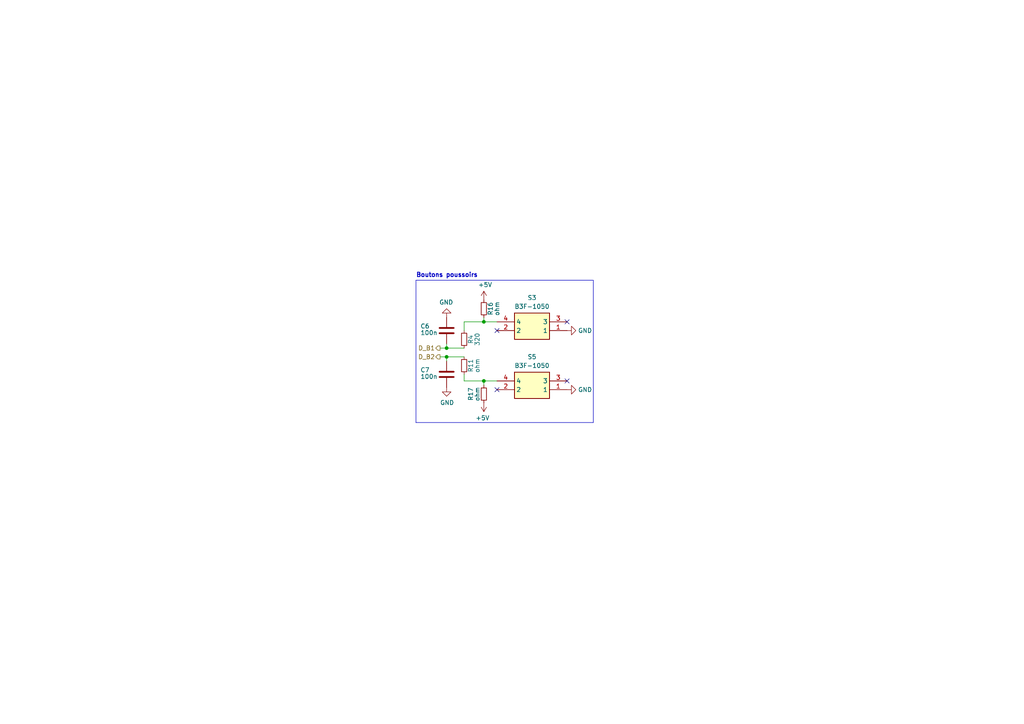
<source format=kicad_sch>
(kicad_sch (version 20230121) (generator eeschema)

  (uuid bcc8b590-b7b9-4564-aea8-d34a5a3601a1)

  (paper "A4")

  (lib_symbols
    (symbol "B3F-1050:B3F-1050" (in_bom yes) (on_board yes)
      (property "Reference" "S" (at 16.51 7.62 0)
        (effects (font (size 1.27 1.27)) (justify left top))
      )
      (property "Value" "B3F-1050" (at 16.51 5.08 0)
        (effects (font (size 1.27 1.27)) (justify left top))
      )
      (property "Footprint" "B3F1000" (at 16.51 -94.92 0)
        (effects (font (size 1.27 1.27)) (justify left top) hide)
      )
      (property "Datasheet" "" (at 16.51 -194.92 0)
        (effects (font (size 1.27 1.27)) (justify left top) hide)
      )
      (property "Height" "" (at 16.51 -394.92 0)
        (effects (font (size 1.27 1.27)) (justify left top) hide)
      )
      (property "Mouser Part Number" "653-B3F-1050" (at 16.51 -494.92 0)
        (effects (font (size 1.27 1.27)) (justify left top) hide)
      )
      (property "Mouser Price/Stock" "https://www.mouser.co.uk/ProductDetail/Omron-Electronics/B3F-1050?qs=CX134%252BdLMDHtBADdp1bBBw%3D%3D" (at 16.51 -594.92 0)
        (effects (font (size 1.27 1.27)) (justify left top) hide)
      )
      (property "Manufacturer_Name" "Omron Electronics" (at 16.51 -694.92 0)
        (effects (font (size 1.27 1.27)) (justify left top) hide)
      )
      (property "Manufacturer_Part_Number" "B3F-1050" (at 16.51 -794.92 0)
        (effects (font (size 1.27 1.27)) (justify left top) hide)
      )
      (property "ki_description" "White Plunger Tactile Switch, SPST-NO 0.05 A@ 24 V dc 3mm" (at 0 0 0)
        (effects (font (size 1.27 1.27)) hide)
      )
      (symbol "B3F-1050_1_1"
        (rectangle (start 5.08 2.54) (end 15.24 -5.08)
          (stroke (width 0.254) (type default))
          (fill (type background))
        )
        (pin passive line (at 20.32 -2.54 180) (length 5.08)
          (name "1" (effects (font (size 1.27 1.27))))
          (number "1" (effects (font (size 1.27 1.27))))
        )
        (pin passive line (at 0 -2.54 0) (length 5.08)
          (name "2" (effects (font (size 1.27 1.27))))
          (number "2" (effects (font (size 1.27 1.27))))
        )
        (pin passive line (at 20.32 0 180) (length 5.08)
          (name "3" (effects (font (size 1.27 1.27))))
          (number "3" (effects (font (size 1.27 1.27))))
        )
        (pin passive line (at 0 0 0) (length 5.08)
          (name "4" (effects (font (size 1.27 1.27))))
          (number "4" (effects (font (size 1.27 1.27))))
        )
      )
    )
    (symbol "Device:C" (pin_numbers hide) (pin_names (offset 0.254)) (in_bom yes) (on_board yes)
      (property "Reference" "C" (at 0.635 2.54 0)
        (effects (font (size 1.27 1.27)) (justify left))
      )
      (property "Value" "C" (at 0.635 -2.54 0)
        (effects (font (size 1.27 1.27)) (justify left))
      )
      (property "Footprint" "" (at 0.9652 -3.81 0)
        (effects (font (size 1.27 1.27)) hide)
      )
      (property "Datasheet" "~" (at 0 0 0)
        (effects (font (size 1.27 1.27)) hide)
      )
      (property "ki_keywords" "cap capacitor" (at 0 0 0)
        (effects (font (size 1.27 1.27)) hide)
      )
      (property "ki_description" "Unpolarized capacitor" (at 0 0 0)
        (effects (font (size 1.27 1.27)) hide)
      )
      (property "ki_fp_filters" "C_*" (at 0 0 0)
        (effects (font (size 1.27 1.27)) hide)
      )
      (symbol "C_0_1"
        (polyline
          (pts
            (xy -2.032 -0.762)
            (xy 2.032 -0.762)
          )
          (stroke (width 0.508) (type default))
          (fill (type none))
        )
        (polyline
          (pts
            (xy -2.032 0.762)
            (xy 2.032 0.762)
          )
          (stroke (width 0.508) (type default))
          (fill (type none))
        )
      )
      (symbol "C_1_1"
        (pin passive line (at 0 3.81 270) (length 2.794)
          (name "~" (effects (font (size 1.27 1.27))))
          (number "1" (effects (font (size 1.27 1.27))))
        )
        (pin passive line (at 0 -3.81 90) (length 2.794)
          (name "~" (effects (font (size 1.27 1.27))))
          (number "2" (effects (font (size 1.27 1.27))))
        )
      )
    )
    (symbol "Device:R_Small" (pin_numbers hide) (pin_names (offset 0.254) hide) (in_bom yes) (on_board yes)
      (property "Reference" "R" (at 0.762 0.508 0)
        (effects (font (size 1.27 1.27)) (justify left))
      )
      (property "Value" "R_Small" (at 0.762 -1.016 0)
        (effects (font (size 1.27 1.27)) (justify left))
      )
      (property "Footprint" "" (at 0 0 0)
        (effects (font (size 1.27 1.27)) hide)
      )
      (property "Datasheet" "~" (at 0 0 0)
        (effects (font (size 1.27 1.27)) hide)
      )
      (property "ki_keywords" "R resistor" (at 0 0 0)
        (effects (font (size 1.27 1.27)) hide)
      )
      (property "ki_description" "Resistor, small symbol" (at 0 0 0)
        (effects (font (size 1.27 1.27)) hide)
      )
      (property "ki_fp_filters" "R_*" (at 0 0 0)
        (effects (font (size 1.27 1.27)) hide)
      )
      (symbol "R_Small_0_1"
        (rectangle (start -0.762 1.778) (end 0.762 -1.778)
          (stroke (width 0.2032) (type default))
          (fill (type none))
        )
      )
      (symbol "R_Small_1_1"
        (pin passive line (at 0 2.54 270) (length 0.762)
          (name "~" (effects (font (size 1.27 1.27))))
          (number "1" (effects (font (size 1.27 1.27))))
        )
        (pin passive line (at 0 -2.54 90) (length 0.762)
          (name "~" (effects (font (size 1.27 1.27))))
          (number "2" (effects (font (size 1.27 1.27))))
        )
      )
    )
    (symbol "power:+5V" (power) (pin_names (offset 0)) (in_bom yes) (on_board yes)
      (property "Reference" "#PWR" (at 0 -3.81 0)
        (effects (font (size 1.27 1.27)) hide)
      )
      (property "Value" "+5V" (at 0 3.556 0)
        (effects (font (size 1.27 1.27)))
      )
      (property "Footprint" "" (at 0 0 0)
        (effects (font (size 1.27 1.27)) hide)
      )
      (property "Datasheet" "" (at 0 0 0)
        (effects (font (size 1.27 1.27)) hide)
      )
      (property "ki_keywords" "global power" (at 0 0 0)
        (effects (font (size 1.27 1.27)) hide)
      )
      (property "ki_description" "Power symbol creates a global label with name \"+5V\"" (at 0 0 0)
        (effects (font (size 1.27 1.27)) hide)
      )
      (symbol "+5V_0_1"
        (polyline
          (pts
            (xy -0.762 1.27)
            (xy 0 2.54)
          )
          (stroke (width 0) (type default))
          (fill (type none))
        )
        (polyline
          (pts
            (xy 0 0)
            (xy 0 2.54)
          )
          (stroke (width 0) (type default))
          (fill (type none))
        )
        (polyline
          (pts
            (xy 0 2.54)
            (xy 0.762 1.27)
          )
          (stroke (width 0) (type default))
          (fill (type none))
        )
      )
      (symbol "+5V_1_1"
        (pin power_in line (at 0 0 90) (length 0) hide
          (name "+5V" (effects (font (size 1.27 1.27))))
          (number "1" (effects (font (size 1.27 1.27))))
        )
      )
    )
    (symbol "power:GND" (power) (pin_names (offset 0)) (in_bom yes) (on_board yes)
      (property "Reference" "#PWR" (at 0 -6.35 0)
        (effects (font (size 1.27 1.27)) hide)
      )
      (property "Value" "GND" (at 0 -3.81 0)
        (effects (font (size 1.27 1.27)))
      )
      (property "Footprint" "" (at 0 0 0)
        (effects (font (size 1.27 1.27)) hide)
      )
      (property "Datasheet" "" (at 0 0 0)
        (effects (font (size 1.27 1.27)) hide)
      )
      (property "ki_keywords" "global power" (at 0 0 0)
        (effects (font (size 1.27 1.27)) hide)
      )
      (property "ki_description" "Power symbol creates a global label with name \"GND\" , ground" (at 0 0 0)
        (effects (font (size 1.27 1.27)) hide)
      )
      (symbol "GND_0_1"
        (polyline
          (pts
            (xy 0 0)
            (xy 0 -1.27)
            (xy 1.27 -1.27)
            (xy 0 -2.54)
            (xy -1.27 -1.27)
            (xy 0 -1.27)
          )
          (stroke (width 0) (type default))
          (fill (type none))
        )
      )
      (symbol "GND_1_1"
        (pin power_in line (at 0 0 270) (length 0) hide
          (name "GND" (effects (font (size 1.27 1.27))))
          (number "1" (effects (font (size 1.27 1.27))))
        )
      )
    )
  )

  (junction (at 140.335 93.345) (diameter 0) (color 0 0 0 0)
    (uuid 0282f2f3-f6e3-4375-9b4d-9e22cb5be121)
  )
  (junction (at 140.335 110.49) (diameter 0) (color 0 0 0 0)
    (uuid 23ebcf87-1cc1-4fa1-96e1-7960b38b4689)
  )
  (junction (at 129.54 100.965) (diameter 0) (color 0 0 0 0)
    (uuid 2b1dbc04-c095-46ab-89d2-3ce153420c0a)
  )
  (junction (at 129.54 103.505) (diameter 0) (color 0 0 0 0)
    (uuid 5d5fcb6b-0489-42c1-b04a-72c1025ca7d7)
  )

  (no_connect (at 164.465 93.345) (uuid 3661ccf3-0be2-470e-874f-4c2386928a4e))
  (no_connect (at 144.145 95.885) (uuid 6be9aff4-ecbd-4901-ba92-a98414a722d4))
  (no_connect (at 144.145 113.03) (uuid b2c499d6-c0cb-4d68-847c-493fe93721d6))
  (no_connect (at 164.465 110.49) (uuid ef8d19b3-9c87-4010-856c-dbea49d615ad))

  (wire (pts (xy 134.62 110.49) (xy 140.335 110.49))
    (stroke (width 0) (type default))
    (uuid 0164a52b-4274-445b-81f6-f98430e09738)
  )
  (wire (pts (xy 129.54 103.505) (xy 129.54 104.775))
    (stroke (width 0) (type default))
    (uuid 1a72ed43-00c5-4127-9432-203e5a546307)
  )
  (wire (pts (xy 140.335 93.345) (xy 140.335 92.075))
    (stroke (width 0) (type default))
    (uuid 1afdad70-f1e2-4667-81d6-5e8388722a80)
  )
  (wire (pts (xy 129.54 100.965) (xy 134.62 100.965))
    (stroke (width 0) (type default))
    (uuid 2941677e-1beb-4399-b135-1c3bba1f64ff)
  )
  (wire (pts (xy 140.335 93.345) (xy 144.145 93.345))
    (stroke (width 0) (type default))
    (uuid 322a9b37-1af0-4d40-866f-da6e0ccf9994)
  )
  (wire (pts (xy 140.335 110.49) (xy 144.145 110.49))
    (stroke (width 0) (type default))
    (uuid 4879f483-34cb-46d8-badf-0909b7531160)
  )
  (wire (pts (xy 129.54 99.695) (xy 129.54 100.965))
    (stroke (width 0) (type default))
    (uuid 4d8d36bc-8c63-4931-88f4-cf42f4c38964)
  )
  (wire (pts (xy 127.635 103.505) (xy 129.54 103.505))
    (stroke (width 0) (type default))
    (uuid 574aa533-8ad4-491c-9666-16cfa728c2bc)
  )
  (polyline (pts (xy 120.65 122.555) (xy 120.65 81.28))
    (stroke (width 0) (type default))
    (uuid 78ad73af-cc1e-4871-8729-60f775f9730e)
  )

  (wire (pts (xy 134.62 108.585) (xy 134.62 110.49))
    (stroke (width 0) (type default))
    (uuid 78c0c7a5-c116-4042-87c5-79c6798c2c63)
  )
  (wire (pts (xy 129.54 103.505) (xy 134.62 103.505))
    (stroke (width 0) (type default))
    (uuid 7ccd74d6-ff58-49a7-a89d-b2bfd09a9bde)
  )
  (polyline (pts (xy 120.65 122.555) (xy 172.085 122.555))
    (stroke (width 0) (type default))
    (uuid 864d631a-67ab-4c7f-948e-60891f31cd4d)
  )

  (wire (pts (xy 140.335 111.76) (xy 140.335 110.49))
    (stroke (width 0) (type default))
    (uuid 9c7ba77f-37c8-4c28-8ac6-ef7fd3193058)
  )
  (wire (pts (xy 134.62 93.345) (xy 134.62 95.885))
    (stroke (width 0) (type default))
    (uuid a7e5adb7-53ef-400a-8981-01a0744704b5)
  )
  (polyline (pts (xy 120.65 81.28) (xy 172.085 81.28))
    (stroke (width 0) (type default))
    (uuid ad0277f4-5be2-476a-ab14-a684c9088fbf)
  )

  (wire (pts (xy 127.635 100.965) (xy 129.54 100.965))
    (stroke (width 0) (type default))
    (uuid b0d35477-8697-4741-8c40-59a675f3f462)
  )
  (wire (pts (xy 134.62 93.345) (xy 140.335 93.345))
    (stroke (width 0) (type default))
    (uuid b1808e04-8deb-4be2-a53c-9e03388dd997)
  )
  (polyline (pts (xy 172.085 81.28) (xy 172.085 122.555))
    (stroke (width 0) (type default))
    (uuid e8f7eb5f-770a-4103-84eb-68f0b3ed1011)
  )

  (text "Boutons poussoirs" (at 120.65 80.645 0)
    (effects (font (size 1.27 1.27) (thickness 0.254) bold) (justify left bottom))
    (uuid cd3b2e81-e226-4b38-8c1e-d48060e97512)
  )

  (hierarchical_label "D_B2" (shape output) (at 127.635 103.505 180) (fields_autoplaced)
    (effects (font (size 1.27 1.27)) (justify right))
    (uuid 2f564386-6e88-4202-91e9-347c06f00809)
  )
  (hierarchical_label "D_B1" (shape output) (at 127.635 100.965 180) (fields_autoplaced)
    (effects (font (size 1.27 1.27)) (justify right))
    (uuid aec6b913-dfeb-4ac0-ae4e-c027c31e9d7c)
  )

  (symbol (lib_id "power:GND") (at 164.465 95.885 90) (unit 1)
    (in_bom yes) (on_board yes) (dnp no)
    (uuid 147f0d63-7aeb-4102-a6af-740ba344e9cb)
    (property "Reference" "#PWR028" (at 170.815 95.885 0)
      (effects (font (size 1.27 1.27)) hide)
    )
    (property "Value" "GND" (at 167.64 95.885 90)
      (effects (font (size 1.27 1.27)) (justify right))
    )
    (property "Footprint" "" (at 164.465 95.885 0)
      (effects (font (size 1.27 1.27)) hide)
    )
    (property "Datasheet" "" (at 164.465 95.885 0)
      (effects (font (size 1.27 1.27)) hide)
    )
    (pin "1" (uuid 5f6c3c7e-b964-4d31-ba47-a305c9fc001b))
    (instances
      (project "Projet_PAZ"
        (path "/2ce892fe-c082-4bae-b2dd-3c3e6d69cf95/bad53945-c327-4087-9d50-3e3b96d2ebf0"
          (reference "#PWR028") (unit 1)
        )
      )
    )
  )

  (symbol (lib_id "Device:R_Small") (at 140.335 89.535 180) (unit 1)
    (in_bom yes) (on_board yes) (dnp no)
    (uuid 28412772-afa7-4d59-8c58-8e5873bf6deb)
    (property "Reference" "R16" (at 142.24 89.535 90)
      (effects (font (size 1.27 1.27)))
    )
    (property "Value" "ohm" (at 144.145 89.535 90)
      (effects (font (size 1.27 1.27)))
    )
    (property "Footprint" "Resistor_SMD:R_0603_1608Metric_Pad0.98x0.95mm_HandSolder" (at 140.335 89.535 0)
      (effects (font (size 1.27 1.27)) hide)
    )
    (property "Datasheet" "~" (at 140.335 89.535 0)
      (effects (font (size 1.27 1.27)) hide)
    )
    (pin "1" (uuid 226a873f-545f-4210-9914-56817543e896))
    (pin "2" (uuid a99cb24a-353d-420d-b2fa-107aa534ce8c))
    (instances
      (project "Projet_PAZ"
        (path "/2ce892fe-c082-4bae-b2dd-3c3e6d69cf95/bad53945-c327-4087-9d50-3e3b96d2ebf0"
          (reference "R16") (unit 1)
        )
      )
    )
  )

  (symbol (lib_id "power:+5V") (at 140.335 116.84 180) (unit 1)
    (in_bom yes) (on_board yes) (dnp no)
    (uuid 34370f10-b43e-4b6b-a0b1-03c3bd03a738)
    (property "Reference" "#PWR023" (at 140.335 113.03 0)
      (effects (font (size 1.27 1.27)) hide)
    )
    (property "Value" "+5V" (at 139.954 121.2342 0)
      (effects (font (size 1.27 1.27)))
    )
    (property "Footprint" "" (at 140.335 116.84 0)
      (effects (font (size 1.27 1.27)) hide)
    )
    (property "Datasheet" "" (at 140.335 116.84 0)
      (effects (font (size 1.27 1.27)) hide)
    )
    (pin "1" (uuid 2c9bf7d6-d7af-4ae9-88e1-3ae0d10e1977))
    (instances
      (project "Projet_PAZ"
        (path "/2ce892fe-c082-4bae-b2dd-3c3e6d69cf95/bad53945-c327-4087-9d50-3e3b96d2ebf0"
          (reference "#PWR023") (unit 1)
        )
      )
    )
  )

  (symbol (lib_id "Device:C") (at 129.54 108.585 0) (unit 1)
    (in_bom yes) (on_board yes) (dnp no)
    (uuid 4bf3abba-4ae9-49a5-9de2-558b52d03c55)
    (property "Reference" "C7" (at 121.92 107.315 0)
      (effects (font (size 1.27 1.27)) (justify left))
    )
    (property "Value" "100n" (at 121.92 109.22 0)
      (effects (font (size 1.27 1.27)) (justify left))
    )
    (property "Footprint" "Capacitor_SMD:C_0603_1608Metric_Pad1.08x0.95mm_HandSolder" (at 130.5052 112.395 0)
      (effects (font (size 1.27 1.27)) hide)
    )
    (property "Datasheet" "~" (at 129.54 108.585 0)
      (effects (font (size 1.27 1.27)) hide)
    )
    (pin "1" (uuid 17fc6066-4e50-4223-8196-80cc77ebdb9b))
    (pin "2" (uuid 6713ed9b-b090-4435-93bc-bb5eb31269e3))
    (instances
      (project "Projet_PAZ"
        (path "/2ce892fe-c082-4bae-b2dd-3c3e6d69cf95/bad53945-c327-4087-9d50-3e3b96d2ebf0"
          (reference "C7") (unit 1)
        )
      )
    )
  )

  (symbol (lib_id "Device:R_Small") (at 140.335 114.3 180) (unit 1)
    (in_bom yes) (on_board yes) (dnp no)
    (uuid 4d67072b-005a-4788-8180-90e41468c9c3)
    (property "Reference" "R17" (at 136.525 114.3 90)
      (effects (font (size 1.27 1.27)))
    )
    (property "Value" "ohm" (at 138.43 114.3 90)
      (effects (font (size 1.27 1.27)))
    )
    (property "Footprint" "Resistor_SMD:R_0603_1608Metric_Pad0.98x0.95mm_HandSolder" (at 140.335 114.3 0)
      (effects (font (size 1.27 1.27)) hide)
    )
    (property "Datasheet" "~" (at 140.335 114.3 0)
      (effects (font (size 1.27 1.27)) hide)
    )
    (pin "1" (uuid b5a27e44-097a-4633-a41b-60582cd18178))
    (pin "2" (uuid 44cc6000-9b7a-4be6-adbd-f9c6c3fb1dcd))
    (instances
      (project "Projet_PAZ"
        (path "/2ce892fe-c082-4bae-b2dd-3c3e6d69cf95/bad53945-c327-4087-9d50-3e3b96d2ebf0"
          (reference "R17") (unit 1)
        )
      )
    )
  )

  (symbol (lib_id "power:+5V") (at 140.335 86.995 0) (unit 1)
    (in_bom yes) (on_board yes) (dnp no)
    (uuid 4ff7ba8d-3550-4c88-a864-6c3fa8abde0f)
    (property "Reference" "#PWR022" (at 140.335 90.805 0)
      (effects (font (size 1.27 1.27)) hide)
    )
    (property "Value" "+5V" (at 140.716 82.6008 0)
      (effects (font (size 1.27 1.27)))
    )
    (property "Footprint" "" (at 140.335 86.995 0)
      (effects (font (size 1.27 1.27)) hide)
    )
    (property "Datasheet" "" (at 140.335 86.995 0)
      (effects (font (size 1.27 1.27)) hide)
    )
    (pin "1" (uuid 64abb60b-4df9-4b81-9b34-5512b5ce8cd6))
    (instances
      (project "Projet_PAZ"
        (path "/2ce892fe-c082-4bae-b2dd-3c3e6d69cf95/bad53945-c327-4087-9d50-3e3b96d2ebf0"
          (reference "#PWR022") (unit 1)
        )
      )
    )
  )

  (symbol (lib_id "power:GND") (at 129.54 92.075 180) (unit 1)
    (in_bom yes) (on_board yes) (dnp no)
    (uuid 57445bf5-2933-4562-8265-d21c12dc897f)
    (property "Reference" "#PWR010" (at 129.54 85.725 0)
      (effects (font (size 1.27 1.27)) hide)
    )
    (property "Value" "GND" (at 129.413 87.6808 0)
      (effects (font (size 1.27 1.27)))
    )
    (property "Footprint" "" (at 129.54 92.075 0)
      (effects (font (size 1.27 1.27)) hide)
    )
    (property "Datasheet" "" (at 129.54 92.075 0)
      (effects (font (size 1.27 1.27)) hide)
    )
    (pin "1" (uuid 59452503-3a00-4e1a-9bde-098608dcea92))
    (instances
      (project "Projet_PAZ"
        (path "/2ce892fe-c082-4bae-b2dd-3c3e6d69cf95/bad53945-c327-4087-9d50-3e3b96d2ebf0"
          (reference "#PWR010") (unit 1)
        )
      )
    )
  )

  (symbol (lib_id "power:GND") (at 129.54 112.395 0) (unit 1)
    (in_bom yes) (on_board yes) (dnp no)
    (uuid 79e2555c-39e7-4e4c-a2ac-a1a29b5b9178)
    (property "Reference" "#PWR011" (at 129.54 118.745 0)
      (effects (font (size 1.27 1.27)) hide)
    )
    (property "Value" "GND" (at 129.667 116.7892 0)
      (effects (font (size 1.27 1.27)))
    )
    (property "Footprint" "" (at 129.54 112.395 0)
      (effects (font (size 1.27 1.27)) hide)
    )
    (property "Datasheet" "" (at 129.54 112.395 0)
      (effects (font (size 1.27 1.27)) hide)
    )
    (pin "1" (uuid 2ecada68-e498-4350-aa58-56f386bb5c60))
    (instances
      (project "Projet_PAZ"
        (path "/2ce892fe-c082-4bae-b2dd-3c3e6d69cf95/bad53945-c327-4087-9d50-3e3b96d2ebf0"
          (reference "#PWR011") (unit 1)
        )
      )
    )
  )

  (symbol (lib_id "Device:R_Small") (at 134.62 98.425 180) (unit 1)
    (in_bom yes) (on_board yes) (dnp no)
    (uuid 7c7a7d3b-3714-4d59-ae2c-df53820963c5)
    (property "Reference" "R4" (at 136.525 98.425 90)
      (effects (font (size 1.27 1.27)))
    )
    (property "Value" "320" (at 138.43 98.425 90)
      (effects (font (size 1.27 1.27)))
    )
    (property "Footprint" "Resistor_SMD:R_0603_1608Metric_Pad0.98x0.95mm_HandSolder" (at 134.62 98.425 0)
      (effects (font (size 1.27 1.27)) hide)
    )
    (property "Datasheet" "~" (at 134.62 98.425 0)
      (effects (font (size 1.27 1.27)) hide)
    )
    (pin "1" (uuid c9dd65fd-819b-4e8d-9a5d-697fecefd14d))
    (pin "2" (uuid 408844fe-6037-4d62-9eb1-d55ab1d02848))
    (instances
      (project "Projet_PAZ"
        (path "/2ce892fe-c082-4bae-b2dd-3c3e6d69cf95/bad53945-c327-4087-9d50-3e3b96d2ebf0"
          (reference "R4") (unit 1)
        )
      )
    )
  )

  (symbol (lib_id "B3F-1050:B3F-1050") (at 144.145 110.49 0) (unit 1)
    (in_bom yes) (on_board yes) (dnp no) (fields_autoplaced)
    (uuid 8fc29086-49b9-4e1c-94d6-dc35145b2ea6)
    (property "Reference" "S5" (at 154.305 103.505 0)
      (effects (font (size 1.27 1.27)))
    )
    (property "Value" "B3F-1050" (at 154.305 106.045 0)
      (effects (font (size 1.27 1.27)))
    )
    (property "Footprint" "MesEmpreintes:B3F1000" (at 160.655 205.41 0)
      (effects (font (size 1.27 1.27)) (justify left top) hide)
    )
    (property "Datasheet" "" (at 160.655 305.41 0)
      (effects (font (size 1.27 1.27)) (justify left top) hide)
    )
    (property "Height" "" (at 160.655 505.41 0)
      (effects (font (size 1.27 1.27)) (justify left top) hide)
    )
    (property "Mouser Part Number" "653-B3F-1050" (at 160.655 605.41 0)
      (effects (font (size 1.27 1.27)) (justify left top) hide)
    )
    (property "Mouser Price/Stock" "https://www.mouser.co.uk/ProductDetail/Omron-Electronics/B3F-1050?qs=CX134%252BdLMDHtBADdp1bBBw%3D%3D" (at 160.655 705.41 0)
      (effects (font (size 1.27 1.27)) (justify left top) hide)
    )
    (property "Manufacturer_Name" "Omron Electronics" (at 160.655 805.41 0)
      (effects (font (size 1.27 1.27)) (justify left top) hide)
    )
    (property "Manufacturer_Part_Number" "B3F-1050" (at 160.655 905.41 0)
      (effects (font (size 1.27 1.27)) (justify left top) hide)
    )
    (pin "3" (uuid 38b5cb3d-47e5-418d-a46d-924b99e62e7c))
    (pin "4" (uuid 99756d66-152a-4a78-897d-99ff73282334))
    (pin "2" (uuid 48568b68-d1ab-40a1-977e-d33312ed8e9c))
    (pin "1" (uuid d4486ac6-76ac-4bd2-959d-5fd0abcfb5bd))
    (instances
      (project "Projet_PAZ"
        (path "/2ce892fe-c082-4bae-b2dd-3c3e6d69cf95/bad53945-c327-4087-9d50-3e3b96d2ebf0"
          (reference "S5") (unit 1)
        )
      )
    )
  )

  (symbol (lib_id "Device:C") (at 129.54 95.885 180) (unit 1)
    (in_bom yes) (on_board yes) (dnp no)
    (uuid 9a9878e2-4a9d-414e-9084-a5412b6a74e1)
    (property "Reference" "C6" (at 121.92 94.615 0)
      (effects (font (size 1.27 1.27)) (justify right))
    )
    (property "Value" "100n" (at 121.92 96.52 0)
      (effects (font (size 1.27 1.27)) (justify right))
    )
    (property "Footprint" "Capacitor_SMD:C_0603_1608Metric_Pad1.08x0.95mm_HandSolder" (at 128.5748 92.075 0)
      (effects (font (size 1.27 1.27)) hide)
    )
    (property "Datasheet" "~" (at 129.54 95.885 0)
      (effects (font (size 1.27 1.27)) hide)
    )
    (pin "1" (uuid 2c8e66c8-e58f-4c58-a72e-634fc096eecd))
    (pin "2" (uuid 094e2a53-98f3-49f0-ba8c-cc48910057a5))
    (instances
      (project "Projet_PAZ"
        (path "/2ce892fe-c082-4bae-b2dd-3c3e6d69cf95/bad53945-c327-4087-9d50-3e3b96d2ebf0"
          (reference "C6") (unit 1)
        )
      )
    )
  )

  (symbol (lib_id "power:GND") (at 164.465 113.03 90) (unit 1)
    (in_bom yes) (on_board yes) (dnp no)
    (uuid 9b4440de-f26d-49dc-b47c-dd7c539926d7)
    (property "Reference" "#PWR029" (at 170.815 113.03 0)
      (effects (font (size 1.27 1.27)) hide)
    )
    (property "Value" "GND" (at 167.64 113.03 90)
      (effects (font (size 1.27 1.27)) (justify right))
    )
    (property "Footprint" "" (at 164.465 113.03 0)
      (effects (font (size 1.27 1.27)) hide)
    )
    (property "Datasheet" "" (at 164.465 113.03 0)
      (effects (font (size 1.27 1.27)) hide)
    )
    (pin "1" (uuid 1e094f61-55d7-4239-a9fc-72b431dc855a))
    (instances
      (project "Projet_PAZ"
        (path "/2ce892fe-c082-4bae-b2dd-3c3e6d69cf95/bad53945-c327-4087-9d50-3e3b96d2ebf0"
          (reference "#PWR029") (unit 1)
        )
      )
    )
  )

  (symbol (lib_id "B3F-1050:B3F-1050") (at 144.145 93.345 0) (unit 1)
    (in_bom yes) (on_board yes) (dnp no) (fields_autoplaced)
    (uuid b513a931-08fc-49e3-90af-2325280c7932)
    (property "Reference" "S3" (at 154.305 86.36 0)
      (effects (font (size 1.27 1.27)))
    )
    (property "Value" "B3F-1050" (at 154.305 88.9 0)
      (effects (font (size 1.27 1.27)))
    )
    (property "Footprint" "MesEmpreintes:B3F1000" (at 160.655 188.265 0)
      (effects (font (size 1.27 1.27)) (justify left top) hide)
    )
    (property "Datasheet" "" (at 160.655 288.265 0)
      (effects (font (size 1.27 1.27)) (justify left top) hide)
    )
    (property "Height" "" (at 160.655 488.265 0)
      (effects (font (size 1.27 1.27)) (justify left top) hide)
    )
    (property "Mouser Part Number" "653-B3F-1050" (at 160.655 588.265 0)
      (effects (font (size 1.27 1.27)) (justify left top) hide)
    )
    (property "Mouser Price/Stock" "https://www.mouser.co.uk/ProductDetail/Omron-Electronics/B3F-1050?qs=CX134%252BdLMDHtBADdp1bBBw%3D%3D" (at 160.655 688.265 0)
      (effects (font (size 1.27 1.27)) (justify left top) hide)
    )
    (property "Manufacturer_Name" "Omron Electronics" (at 160.655 788.265 0)
      (effects (font (size 1.27 1.27)) (justify left top) hide)
    )
    (property "Manufacturer_Part_Number" "B3F-1050" (at 160.655 888.265 0)
      (effects (font (size 1.27 1.27)) (justify left top) hide)
    )
    (pin "3" (uuid 7dd60fb9-6d09-44c5-b469-5dd244b47b4f))
    (pin "4" (uuid 5a63f7dc-ff21-4676-acdd-69fa60b1cd4a))
    (pin "2" (uuid d03f88ef-9e45-47c8-8b16-7d7c503f0aaa))
    (pin "1" (uuid 5091d191-b3cb-4567-ab49-496327a2e005))
    (instances
      (project "Projet_PAZ"
        (path "/2ce892fe-c082-4bae-b2dd-3c3e6d69cf95/bad53945-c327-4087-9d50-3e3b96d2ebf0"
          (reference "S3") (unit 1)
        )
      )
    )
  )

  (symbol (lib_id "Device:R_Small") (at 134.62 106.045 180) (unit 1)
    (in_bom yes) (on_board yes) (dnp no)
    (uuid f41fd112-acf1-45f5-9670-be872f5d9b22)
    (property "Reference" "R11" (at 136.525 106.045 90)
      (effects (font (size 1.27 1.27)))
    )
    (property "Value" "ohm" (at 138.43 106.045 90)
      (effects (font (size 1.27 1.27)))
    )
    (property "Footprint" "Resistor_SMD:R_0603_1608Metric_Pad0.98x0.95mm_HandSolder" (at 134.62 106.045 0)
      (effects (font (size 1.27 1.27)) hide)
    )
    (property "Datasheet" "~" (at 134.62 106.045 0)
      (effects (font (size 1.27 1.27)) hide)
    )
    (pin "1" (uuid 33a47927-e686-4c0e-ac9a-30c2688729b6))
    (pin "2" (uuid 153a6313-e779-4a2b-9616-522266660ecf))
    (instances
      (project "Projet_PAZ"
        (path "/2ce892fe-c082-4bae-b2dd-3c3e6d69cf95/bad53945-c327-4087-9d50-3e3b96d2ebf0"
          (reference "R11") (unit 1)
        )
      )
    )
  )
)

</source>
